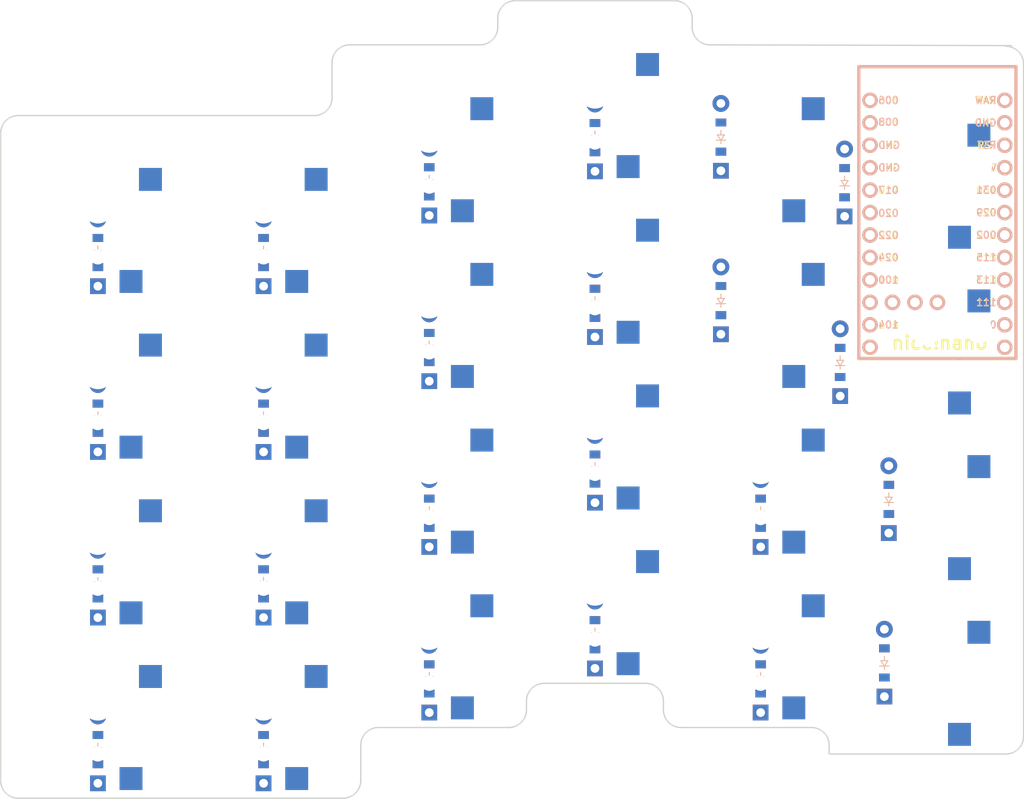
<source format=kicad_pcb>
(kicad_pcb (version 20240108) (generator "pcbnew") (generator_version "8.0")
  (title_block (title "left") (rev "v1.0.0") (company "Unknown"))
  (layers (0 "F.Cu" signal) (31 "B.Cu" signal) (34 "B.Paste" user) (35 "F.Paste" user) (36 "B.SilkS" user "B.Silkscreen") (37 "F.SilkS" user "F.Silkscreen") (38 "B.Mask" user) (39 "F.Mask" user) (44 "Edge.Cuts" user))
  (net 0 "")
  (net 1 "P017")
  (net 2 "outer_bottom")
  (net 3 "outer_home")
  (net 4 "outer_top")
  (net 5 "outer_num")
  (net 6 "P020")
  (net 7 "pinky_bottom")
  (net 8 "pinky_home")
  (net 9 "pinky_top")
  (net 10 "pinky_num")
  (net 11 "P022")
  (net 12 "ring_bottom")
  (net 13 "ring_home")
  (net 14 "ring_top")
  (net 15 "ring_num")
  (net 16 "P024")
  (net 17 "middle_bottom")
  (net 18 "middle_home")
  (net 19 "middle_top")
  (net 20 "middle_num")
  (net 21 "P100")
  (net 22 "index_bottom")
  (net 23 "index_home")
  (net 24 "index_top")
  (net 25 "index_num")
  (net 26 "P011")
  (net 27 "inner_bottom")
  (net 28 "inner_home")
  (net 29 "inner_top")
  (net 30 "inner_num")
  (net 31 "RAW")
  (net 32 "GND")
  (net 33 "RST")
  (net 34 "VCC")
  (net 35 "P031")
  (net 36 "P029")
  (net 37 "P002")
  (net 38 "P115")
  (net 39 "P113")
  (net 40 "P111")
  (net 41 "P010")
  (net 42 "P009")
  (net 43 "P006")
  (net 44 "P008")
  (net 45 "P104")
  (net 46 "P106")
  (net 47 "P101")
  (net 48 "P102")
  (net 49 "P107")
  (net 50 "{row_net}")
  (footprint "ComboDiode" (layer "F.Cu") (at 18.75 -32.5 90)
    (property "Reference" "D7" (hide yes))
    (property "Value" "" (hide yes))
    (pad "1" thru_hole rect (at -3.81 0 90) (size 1.778 1.778) (drill 0.9906) (layers "*.Cu" "*.Mask") (net 50 "{row_net}"))
    (pad "1" smd rect (at -1.65 0 90) (size 0.9 1.2) (layers "F.Cu" "F.Paste" "F.Mask") (net 50 "{row_net}"))
    (pad "1" smd rect (at -1.65 0 90) (size 0.9 1.2) (layers "B.Cu" "B.Paste" "B.Mask") (net 50 "{row_net}"))
    (pad "2" smd rect (at 1.65 0 90) (size 0.9 1.2) (layers "F.Cu" "F.Paste" "F.Mask") (net 9 "pinky_top"))
    (pad "2" smd rect (at 1.65 0 90) (size 0.9 1.2) (layers "B.Cu" "B.Paste" "B.Mask") (net 9 "pinky_top"))
    (pad "2" thru_hole circle (at 3.81 0 90) (size 1.905 1.905) (drill 0.9906) (layers "*.Cu" "*.Mask") (net 9 "pinky_top"))
  )
  (footprint "ComboDiode" (layer "F.Cu") (at 56.25 -26.75 90)
    (property "Reference" "D14" (hide yes))
    (property "Value" "" (hide yes))
    (pad "1" thru_hole rect (at -3.81 0 90) (size 1.778 1.778) (drill 0.9906) (layers "*.Cu" "*.Mask") (net 50 "{row_net}"))
    (pad "1" smd rect (at -1.65 0 90) (size 0.9 1.2) (layers "F.Cu" "F.Paste" "F.Mask") (net 50 "{row_net}"))
    (pad "1" smd rect (at -1.65 0 90) (size 0.9 1.2) (layers "B.Cu" "B.Paste" "B.Mask") (net 50 "{row_net}"))
    (pad "2" smd rect (at 1.65 0 90) (size 0.9 1.2) (layers "F.Cu" "F.Paste" "F.Mask") (net 18 "middle_home"))
    (pad "2" smd rect (at 1.65 0 90) (size 0.9 1.2) (layers "B.Cu" "B.Paste" "B.Mask") (net 18 "middle_home"))
    (pad "2" thru_hole circle (at 3.81 0 90) (size 1.905 1.905) (drill 0.9906) (layers "*.Cu" "*.Mask") (net 18 "middle_home"))
  )
  (footprint "ComboDiode" (layer "F.Cu") (at 18.75 -51.25 90)
    (property "Reference" "D8" (hide yes))
    (property "Value" "" (hide yes))
    (pad "1" thru_hole rect (at -3.81 0 90) (size 1.778 1.778) (drill 0.9906) (layers "*.Cu" "*.Mask") (net 50 "{row_net}"))
    (pad "1" smd rect (at -1.65 0 90) (size 0.9 1.2) (layers "F.Cu" "F.Paste" "F.Mask") (net 50 "{row_net}"))
    (pad "1" smd rect (at -1.65 0 90) (size 0.9 1.2) (layers "B.Cu" "B.Paste" "B.Mask") (net 50 "{row_net}"))
    (pad "2" smd rect (at 1.65 0 90) (size 0.9 1.2) (layers "F.Cu" "F.Paste" "F.Mask") (net 10 "pinky_num"))
    (pad "2" smd rect (at 1.65 0 90) (size 0.9 1.2) (layers "B.Cu" "B.Paste" "B.Mask") (net 10 "pinky_num"))
    (pad "2" thru_hole circle (at 3.81 0 90) (size 1.905 1.905) (drill 0.9906) (layers "*.Cu" "*.Mask") (net 10 "pinky_num"))
  )
  (footprint "PG1350" (layer "F.Cu") (at 56.25 -69.25 -90)
    (property "Reference" "S16" (hide yes))
    (property "Value" "" (hide yes))
    (pad "" np_thru_hole circle (at -5.5 0) (size 1.7018 1.7018) (drill 1.7018) (layers "*.Cu" "*.Mask"))
    (pad "" np_thru_hole circle (at 0 -5.95) (size 3 3) (drill 3) (layers "*.Cu" "*.Mask"))
    (pad "" np_thru_hole circle (at 0 0) (size 3.429 3.429) (drill 3.429) (layers "*.Cu" "*.Mask"))
    (pad "" np_thru_hole circle (at 5 -3.75) (size 3 3) (drill 3) (layers "*.Cu" "*.Mask"))
    (pad "" np_thru_hole circle (at 5.5 0) (size 1.7018 1.7018) (drill 1.7018) (layers "*.Cu" "*.Mask"))
    (pad "1" smd rect (at -3.275 -5.95 270) (size 2.6 2.6) (layers "B.Cu" "B.Paste" "B.Mask") (net 16 "P024"))
    (pad "2" smd rect (at 8.275 -3.75 270) (size 2.6 2.6) (layers "B.Cu" "B.Paste" "B.Mask") (net 20 "middle_num"))
  )
  (footprint "PG1350" (layer "F.Cu") (at 56.25 -31.75 -90)
    (property "Reference" "S14" (hide yes))
    (property "Value" "" (hide yes))
    (pad "" np_thru_hole circle (at -5.5 0) (size 1.7018 1.7018) (drill 1.7018) (layers "*.Cu" "*.Mask"))
    (pad "" np_thru_hole circle (at 0 -5.95) (size 3 3) (drill 3) (layers "*.Cu" "*.Mask"))
    (pad "" np_thru_hole circle (at 0 0) (size 3.429 3.429) (drill 3.429) (layers "*.Cu" "*.Mask"))
    (pad "" np_thru_hole circle (at 5 -3.75) (size 3 3) (drill 3) (layers "*.Cu" "*.Mask"))
    (pad "" np_thru_hole circle (at 5.5 0) (size 1.7018 1.7018) (drill 1.7018) (layers "*.Cu" "*.Mask"))
    (pad "1" smd rect (at -3.275 -5.95 270) (size 2.6 2.6) (layers "B.Cu" "B.Paste" "B.Mask") (net 16 "P024"))
    (pad "2" smd rect (at 8.275 -3.75 270) (size 2.6 2.6) (layers "B.Cu" "B.Paste" "B.Mask") (net 18 "middle_home"))
  )
  (footprint "PG1350" (layer "F.Cu") (at 37.5 -26.75 -90)
    (property "Reference" "S10" (hide yes))
    (property "Value" "" (hide yes))
    (pad "" np_thru_hole circle (at -5.5 0) (size 1.7018 1.7018) (drill 1.7018) (layers "*.Cu" "*.Mask"))
    (pad "" np_thru_hole circle (at 0 -5.95) (size 3 3) (drill 3) (layers "*.Cu" "*.Mask"))
    (pad "" np_thru_hole circle (at 0 0) (size 3.429 3.429) (drill 3.429) (layers "*.Cu" "*.Mask"))
    (pad "" np_thru_hole circle (at 5 -3.75) (size 3 3) (drill 3) (layers "*.Cu" "*.Mask"))
    (pad "" np_thru_hole circle (at 5.5 0) (size 1.7018 1.7018) (drill 1.7018) (layers "*.Cu" "*.Mask"))
    (pad "1" smd rect (at -3.275 -5.95 270) (size 2.6 2.6) (layers "B.Cu" "B.Paste" "B.Mask") (net 11 "P022"))
    (pad "2" smd rect (at 8.275 -3.75 270) (size 2.6 2.6) (layers "B.Cu" "B.Paste" "B.Mask") (net 13 "ring_home"))
  )
  (footprint "nice_nano" (layer "F.Cu") (at 95 -54.5 -90)
    (property "Reference" "MCU1" (hide yes))
    (property "Value" "nice_nano" (hide yes))
    (fp_text user "113" (at 6.35 -5.537191 0) (layer "B.SilkS") (effects (font (size 0.8 0.8)) (justify mirror)))
    (fp_text user "RST" (at -8.89 -5.588 0) (layer "B.SilkS") (effects (font (size 0.8 0.8)) (justify mirror)))
    (fp_text user "008" (at -11.5 5.53719 0) (layer "B.SilkS") (effects (font (size 0.8 0.8)) (justify mirror)))
    (fp_text user "017" (at -3.8 5.53719 0) (layer "B.SilkS") (effects (font (size 0.8 0.8)) (justify mirror)))
    (fp_text user "GND" (at -8.89 5.461 0) (layer "B.SilkS") (effects (font (size 0.8 0.8)) (justify mirror)))
    (fp_text user "GND" (at -11.43 -5.454667 0) (layer "B.SilkS") (effects (font (size 0.8 0.8)) (justify mirror)))
    (fp_text user "024" (at 3.81 5.53719 0) (layer "B.SilkS") (effects (font (size 0.8 0.8)) (justify mirror)))
    (fp_text user "104" (at 11.43 5.53719 0) (layer "B.SilkS") (effects (font (size 0.8 0.8)) (justify mirror)))
    (fp_text user "031" (at -3.81 -5.537191 0) (layer "B.SilkS") (effects (font (size 0.8 0.8)) (justify mirror)))
    (fp_text user "006" (at -13.97 5.53719 0) (layer "B.SilkS") (effects (font (size 0.8 0.8)) (justify mirror)))
    (fp_text user "RAW" (at -13.97 -5.473715 0) (layer "B.SilkS") (effects (font (size 0.8 0.8)) (justify mirror)))
    (fp_text user "111" (at 8.89 -5.537191 0) (layer "B.SilkS") (effects (font (size 0.8 0.8)) (justify mirror)))
    (fp_text user "022" (at 1.3 5.53719 0) (layer "B.SilkS") (effects (font (size 0.8 0.8)) (justify mirror)))
    (fp_text user "GND" (at -6.35 5.461 0) (layer "B.SilkS") (effects (font (size 0.8 0.8)) (justify mirror)))
    (fp_text user "002" (at 1.27 -5.537191 0) (layer "B.SilkS") (effects (font (size 0.8 0.8)) (justify mirror)))
    (fp_text user "115" (at 3.81 -5.537191 0) (layer "B.SilkS") (effects (font (size 0.8 0.8)) (justify mirror)))
    (fp_text user "020" (at -1.2 5.53719 0) (layer "B.SilkS") (effects (font (size 0.8 0.8)) (justify mirror)))
    (fp_text user "029" (at -1.27 -5.537191 0) (layer "B.SilkS") (effects (font (size 0.8 0.8)) (justify mirror)))
    (fp_text user "100" (at 6.35 5.53719 0) (layer "B.SilkS") (effects (font (size 0.8 0.8)) (justify mirror)))
    (fp_text user "010" (at 11.43 -5.537191 0) (layer "B.SilkS") (effects (font (size 0.8 0.8)) (justify mirror)))
    (fp_text user "VCC" (at -6.35 -5.537191 0) (layer "B.SilkS") (effects (font (size 0.8 0.8)) (justify mirror)))
    (fp_text user "GND" (at -8.89 5.461 0) (layer "F.SilkS") (effects (font (size 0.8 0.8))))
    (fp_text user "115" (at 3.81 -5.537191 0) (layer "F.SilkS") (effects (font (size 0.8 0.8))))
    (fp_text user "113" (at 6.35 -5.537191 0) (layer "F.SilkS") (effects (font (size 0.8 0.8))))
    (fp_text user "100" (at 6.35 5.53719 0) (layer "F.SilkS") (effects (font (size 0.8 0.8))))
    (fp_text user "VCC" (at -6.35 -5.537191 0) (layer "F.SilkS") (effects (font (size 0.8 0.8))))
    (fp_text user "nice!nano" (at 13.462 -0.254 0) (layer "F.SilkS") (effects (font (size 1.5 1.5) (thickness 0.3))))
    (fp_text user "111" (at 8.89 -5.537191 0) (layer "F.SilkS") (effects (font (size 0.8 0.8))))
    (fp_text user "008" (at -11.5 5.53719 0) (layer "F.SilkS") (effects (font (size 0.8 0.8))))
    (fp_text user "002" (at 1.27 -5.537191 0) (layer "F.SilkS") (effects (font (size 0.8 0.8))))
    (fp_text user "RAW" (at -13.97 -5.473715 0) (layer "F.SilkS") (effects (font (size 0.8 0.8))))
    (fp_text user "017" (at -3.8 5.53719 0) (layer "F.SilkS") (effects (font (size 0.8 0.8))))
    (fp_text user "GND" (at -11.43 -5.454667 0) (layer "F.SilkS") (effects (font (size 0.8 0.8))))
    (fp_text user "006" (at -13.97 5.53719 0) (layer "F.SilkS") (effects (font (size 0.8 0.8))))
    (fp_text user "RST" (at -8.89 -5.588 0) (layer "F.SilkS") (effects (font (size 0.8 0.8))))
    (fp_text user "GND" (at -6.35 5.461 0) (layer "F.SilkS") (effects (font (size 0.8 0.8))))
    (fp_text user "104" (at 11.43 5.53719 0) (layer "F.SilkS") (effects (font (size 0.8 0.8))))
    (fp_text user "020" (at -1.2 5.53719 0) (layer "F.SilkS") (effects (font (size 0.8 0.8))))
    (fp_text user "022" (at 1.3 5.53719 0) (layer "F.SilkS") (effects (font (size 0.8 0.8))))
    (fp_text user "029" (at -1.27 -5.537191 0) (layer "F.SilkS") (effects (font (size 0.8 0.8))))
    (fp_text user "024" (at 3.81 5.53719 0) (layer "F.SilkS") (effects (font (size 0.8 0.8))))
    (fp_text user "010" (at 11.43 -5.537191 0) (layer "F.SilkS") (effects (font (size 0.8 0.8))))
    (fp_text user "031" (at -3.81 -5.537191 0) (layer "F.SilkS") (effects (font (size 0.8 0.8))))
    (pad "1" thru_hole circle (at -13.97 7.62) (size 1.7526 1.7526) (drill 1.0922) (layers "*.Cu" "*.SilkS" "*.Mask") (net 43 "P006"))
    (pad "2" thru_hole circle (at -11.43 7.62) (size 1.7526 1.7526) (drill 1.0922) (layers "*.Cu" "*.SilkS" "*.Mask") (net 44 "P008"))
    (pad "3" thru_hole circle (at -8.89 7.62) (size 1.7526 1.7526) (drill 1.0922) (layers "*.Cu" "*.SilkS" "*.Mask") (net 32 "GND"))
    (pad "4" thru_hole circle (at -6.35 7.62) (size 1.7526 1.7526) (drill 1.0922) (layers "*.Cu" "*.SilkS" "*.Mask") (net 32 "GND"))
    (pad "5" thru_hole circle (at -3.81 7.62) (size 1.7526 1.7526) (drill 1.0922) (layers "*.Cu" "*.SilkS" "*.Mask") (net 1 "P017"))
    (pad "6" thru_hole circle (at -1.27 7.62) (size 1.7526 1.7526) (drill 1.0922) (layers "*.Cu" "*.SilkS" "*.Mask") (net 6 "P020"))
    (pad "7" thru_hole circle (at 1.27 7.62) (size 1.7526 1.7526) (drill 1.0922) (layers "*.Cu" "*.SilkS" "*.Mask") (net 11 "P022"))
    (pad "8" thru_hole circle (at 3.81 7.62) (size 1.7526 1.7526) (drill 1.0922) (layers "*.Cu" "*.SilkS" "*.Mask") (net 16 "P024"))
    (pad "9" thru_hole circle (at 6.35 7.62) (size 1.7526 1.7526) (drill 1.0922) (layers "*.Cu" "*.SilkS" "*.Mask") (net 21 "P100"))
    (pad "10" thru_hole circle (at 8.89 7.62) (size 1.7526 1.7526) (drill 1.0922) (layers "*.Cu" "*.SilkS" "*.Mask") (net 26 "P011"))
    (pad "11" thru_hole circle (at 11.43 7.62) (size 1.7526 1.7526) (drill 1.0922) (layers "*.Cu" "*.SilkS" "*.Mask") (net 45 "P104"))
    (pad "12" thru_hole circle (at 13.97 7.62) (size 1.7526 1.7526) (drill 1.0922) (layers "*.Cu" "*.SilkS" "*.Mask") (net 46 "P106"))
    (pad "13" thru_hole circle (at 13.97 -7.62) (size 1.7526 1.7526) (drill 1.0922) (layers "*.Cu" "*.SilkS" "*.Mask") (net 42 "P009"))
    (pad "14" thru_hole circle (at 11.43 -7.62) (size 1.7526 1.7526) (drill 1.0922) (layers "*.Cu" "*.SilkS" "*.Mask") (net 41 "P010"))
    (pad "15" thru_hole circle (at 8.89 -7.62) (size 1.7526 1.7526) (drill 1.0922) (layers "*.Cu" "*.SilkS" "*.Mask") (net 40 "P111"))
    (pad "16" thru_hole circle (at 6.35 -7.62) (size 1.7526 1.7526) (drill 1.0922) (layers "*.Cu" "*.SilkS" "*.Mask") (net 39 "P113"))
    (pad "17" thru_hole circle (at 3.81 -7.62) (size 1.7526 1.7526) (drill 1.0922) (layers "*.Cu" "*.SilkS" "*.Mask") (net 38 "P115"))
    (pad "18" thru_hole circle (at 1.27 -7.62) (size 1.7526 1.7526) (drill 1.0922) (layers "*.Cu" "*.SilkS" "*.Mask") (net 37 "P002"))
    (pad "19" thru_hole circle (at -1.27 -7.62) (size 1.7526 1.7526) (drill 1.0922) (layers "*.Cu" "*.SilkS" "*.Mask") (net 36 "P029"))
    (pad "20" thru_hole circle (at -3.81 -7.62) (size 1.7526 1.7526) (drill 1.0922) (layers "*.Cu" "*.SilkS" "*.Mask") (net 35 "P031"))
    (pad "21" thru_hole circle (at -6.35 -7.62) (size 1.7526 1.7526) (drill 1.0922) (layers "*.Cu" "*.SilkS" "*.Mask") (net 34 "VCC"))
    (pad "22" thru_hole circle (at -8.89 -7.62) (size 1.7526 1.7526) (drill 1.0922) (layers "*.Cu" "*.SilkS" "*.Mask") (net 33 "RST"))
    (pad "23" thru_hole circle (at -11.43 -7.62) (size 1.7526 1.7526) (drill 1.0922) (layers "*.Cu" "*.SilkS" "*.Mask") (net 32 "GND"))
    (pad "24" thru_hole circle (at -13.97 -7.62) (size 1.7526 1.7526) (drill 1.0922) (layers "*.Cu" "*.SilkS" "*.Mask") (net 31 "RAW"))
    (pad "31" thru_hole circle (at 8.89 5.08) (size 1.7526 1.7526) (drill 1.0922) (layers "*.Cu" "*.SilkS" "*.Mask") (net 47 "P101"))
    (pad "32" thru_hole circle (at 8.89 2.54) (size 1.7526 1.7526) (drill 1.0922) (layers "*.Cu" "*.SilkS" "*.Mask") (net 48 "P102"))
    (pad "33" thru_hole circle (at 8.89 0) (size 1.7526 1.7526) (drill 1.0922) (layers "*.Cu" "*.SilkS" "*.Mask") (net 49 "P107"))
  )
  (footprint "ComboDiode" (layer "F.Cu") (at 37.5 -21.75 90)
    (property "Reference" "D10" (hide yes))
    (property "Value" "" (hide yes))
    (pad "1" thru_hole rect (at -3.81 0 90) (size 1.778 1.778) (drill 0.9906) (layers "*.Cu" "*.Mask") (net 50 "{row_net}"))
    (pad "1" smd rect (at -1.65 0 90) (size 0.9 1.2) (layers "F.Cu" "F.Paste" "F.Mask") (net 50 "{row_net}"))
    (pad "1" smd rect (at -1.65 0 90) (size 0.9 1.2) (layers "B.Cu" "B.Paste" "B.Mask") (net 50 "{row_net}"))
    (pad "2" smd rect (at 1.65 0 90) (size 0.9 1.2) (layers "F.Cu" "F.Paste" "F.Mask") (net 13 "ring_home"))
    (pad "2" smd rect (at 1.65 0 90) (size 0.9 1.2) (layers "B.Cu" "B.Paste" "B.Mask") (net 13 "ring_home"))
    (pad "2" thru_hole circle (at 3.81 0 90) (size 1.905 1.905) (drill 0.9906) (layers "*.Cu" "*.Mask") (net 13 "ring_home"))
  )
  (footprint "PG1350" (layer "F.Cu") (at 56.25 -13 -90)
    (property "Reference" "S13" (hide yes))
    (property "Value" "" (hide yes))
    (pad "" np_thru_hole circle (at -5.5 0) (size 1.7018 1.7018) (drill 1.7018) (layers "*.Cu" "*.Mask"))
    (pad "" np_thru_hole circle (at 0 -5.95) (size 3 3) (drill 3) (layers "*.Cu" "*.Mask"))
    (pad "" np_thru_hole circle (at 0 0) (size 3.429 3.429) (drill 3.429) (layers "*.Cu" "*.Mask"))
    (pad "" np_thru_hole circle (at 5 -3.75) (size 3 3) (drill 3) (layers "*.Cu" "*.Mask"))
    (pad "" np_thru_hole circle (at 5.5 0) (size 1.7018 1.7018) (drill 1.7018) (layers "*.Cu" "*.Mask"))
    (pad "1" smd rect (at -3.275 -5.95 270) (size 2.6 2.6) (layers "B.Cu" "B.Paste" "B.Mask") (net 16 "P024"))
    (pad "2" smd rect (at 8.275 -3.75 270) (size 2.6 2.6) (layers "B.Cu" "B.Paste" "B.Mask") (net 17 "middle_bottom"))
  )
  (footprint "PG1350" (layer "F.Cu") (at 93.75 -23.75 -90)
    (property "Reference" "S22" (hide yes))
    (property "Value" "" (hide yes))
    (pad "" np_thru_hole circle (at -5.5 0) (size 1.7018 1.7018) (drill 1.7018) (layers "*.Cu" "*.Mask"))
    (pad "" np_thru_hole circle (at 0 -5.95) (size 3 3) (drill 3) (layers "*.Cu" "*.Mask"))
    (pad "" np_thru_hole circle (at 0 0) (size 3.429 3.429) (drill 3.429) (layers "*.Cu" "*.Mask"))
    (pad "" np_thru_hole circle (at 5 -3.75) (size 3 3) (drill 3) (layers "*.Cu" "*.Mask"))
    (pad "" np_thru_hole circle (at 5.5 0) (size 1.7018 1.7018) (drill 1.7018) (layers "*.Cu" "*.Mask"))
    (pad "1" smd rect (at -3.275 -5.95 270) (size 2.6 2.6) (layers "B.Cu" "B.Paste" "B.Mask") (net 26 "P011"))
    (pad "2" smd rect (at 8.275 -3.75 270) (size 2.6 2.6) (layers "B.Cu" "B.Paste" "B.Mask") (net 28 "inner_home"))
  )
  (footprint "ComboDiode" (layer "F.Cu") (at 56.25 -8 90)
    (property "Reference" "D13" (hide yes))
    (property "Value" "" (hide yes))
    (pad "1" thru_hole rect (at -3.81 0 90) (size 1.778 1.778) (drill 0.9906) (layers "*.Cu" "*.Mask") (net 50 "{row_net}"))
    (pad "1" smd rect (at -1.65 0 90) (size 0.9 1.2) (layers "F.Cu" "F.Paste" "F.Mask") (net 50 "{row_net}"))
    (pad "1" smd rect (at -1.65 0 90) (size 0.9 1.2) (layers "B.Cu" "B.Paste" "B.Mask") (net 50 "{row_net}"))
    (pad "2" smd rect (at 1.65 0 90) (size 0.9 1.2) (layers "F.Cu" "F.Paste" "F.Mask") (net 17 "middle_bottom"))
    (pad "2" smd rect (at 1.65 0 90) (size 0.9 1.2) (layers "B.Cu" "B.Paste" "B.Mask") (net 17 "middle_bottom"))
    (pad "2" thru_hole circle (at 3.81 0 90) (size 1.905 1.905) (drill 0.9906) (layers "*.Cu" "*.Mask") (net 17 "middle_bottom"))
  )
  (footprint "PG1350" (layer "F.Cu") (at 18.75 0 -90)
    (property "Reference" "S5" (hide yes))
    (property "Value" "" (hide yes))
    (pad "" np_thru_hole circle (at -5.5 0) (size 1.7018 1.7018) (drill 1.7018) (layers "*.Cu" "*.Mask"))
    (pad "" np_thru_hole circle (at 0 -5.95) (size 3 3) (drill 3) (layers "*.Cu" "*.Mask"))
    (pad "" np_thru_hole circle (at 0 0) (size 3.429 3.429) (drill 3.429) (layers "*.Cu" "*.Mask"))
    (pad "" np_thru_hole circle (at 5 -3.75) (size 3 3) (drill 3) (layers "*.Cu" "*.Mask"))
    (pad "" np_thru_hole circle (at 5.5 0) (size 1.7018 1.7018) (drill 1.7018) (layers "*.Cu" "*.Mask"))
    (pad "1" smd rect (at -3.275 -5.95 270) (size 2.6 2.6) (layers "B.Cu" "B.Paste" "B.Mask") (net 6 "P020"))
    (pad "2" smd rect (at 8.275 -3.75 270) (size 2.6 2.6) (layers "B.Cu" "B.Paste" "B.Mask") (net 7 "pinky_bottom"))
  )
  (footprint "ComboDiode" (layer "F.Cu") (at 89 -4.81 90)
    (property "Reference" "D21" (hide yes))
    (property "Value" "" (hide yes))
    (pad "1" thru_hole rect (at -3.81 0 90) (size 1.778 1.778) (drill 0.9906) (layers "*.Cu" "*.Mask") (net 50 "{row_net}"))
    (pad "1" smd rect (at -1.65 0 90) (size 0.9 1.2) (layers "F.Cu" "F.Paste" "F.Mask") (net 50 "{row_net}"))
    (pad "1" smd rect (at -1.65 0 90) (size 0.9 1.2) (layers "B.Cu" "B.Paste" "B.Mask") (net 50 "{row_net}"))
    (pad "2" smd rect (at 1.65 0 90) (size 0.9 1.2) (layers "F.Cu" "F.Paste" "F.Mask") (net 27 "inner_bottom"))
    (pad "2" smd rect (at 1.65 0 90) (size 0.9 1.2) (layers "B.Cu" "B.Paste" "B.Mask") (net 27 "inner_bottom"))
    (pad "2" thru_hole circle (at 3.81 0 90) (size 1.905 1.905) (drill 0.9906) (layers "*.Cu" "*.Mask") (net 27 "inner_bottom"))
  )
  (footprint "PG1350" (layer "F.Cu") (at 0 -56.25 -90)
    (property "Reference" "S4" (hide yes))
    (property "Value" "" (hide yes))
    (pad "" np_thru_hole circle (at -5.5 0) (size 1.7018 1.7018) (drill 1.7018) (layers "*.Cu" "*.Mask"))
    (pad "" np_thru_hole circle (at 0 -5.95) (size 3 3) (drill 3) (layers "*.Cu" "*.Mask"))
    (pad "" np_thru_hole circle (at 0 0) (size 3.429 3.429) (drill 3.429) (layers "*.Cu" "*.Mask"))
    (pad "" np_thru_hole circle (at 5 -3.75) (size 3 3) (drill 3) (layers "*.Cu" "*.Mask"))
    (pad "" np_thru_hole circle (at 5.5 0) (size 1.7018 1.7018) (drill 1.7018) (layers "*.Cu" "*.Mask"))
    (pad "1" smd rect (at -3.275 -5.95 270) (size 2.6 2.6) (layers "B.Cu" "B.Paste" "B.Mask") (net 1 "P017"))
    (pad "2" smd rect (at 8.275 -3.75 270) (size 2.6 2.6) (layers "B.Cu" "B.Paste" "B.Mask") (net 5 "outer_num"))
  )
  (footprint "ComboDiode" (layer "F.Cu") (at 0 5 90)
    (property "Reference" "D1" (hide yes))
    (property "Value" "" (hide yes))
    (pad "1" thru_hole rect (at -3.81 0 90) (size 1.778 1.778) (drill 0.9906) (layers "*.Cu" "*.Mask") (net 50 "{row_net}"))
    (pad "1" smd rect (at -1.65 0 90) (size 0.9 1.2) (layers "F.Cu" "F.Paste" "F.Mask") (net 50 "{row_net}"))
    (pad "1" smd rect (at -1.65 0 90) (size 0.9 1.2) (layers "B.Cu" "B.Paste" "B.Mask") (net 50 "{row_net}"))
    (pad "2" smd rect (at 1.65 0 90) (size 0.9 1.2) (layers "F.Cu" "F.Paste" "F.Mask") (net 2 "outer_bottom"))
    (pad "2" smd rect (at 1.65 0 90) (size 0.9 1.2) (layers "B.Cu" "B.Paste" "B.Mask") (net 2 "outer_bottom"))
    (pad "2" thru_hole circle (at 3.81 0 90) (size 1.905 1.905) (drill 0.9906) (layers "*.Cu" "*.Mask") (net 2 "outer_bottom"))
  )
  (footprint "PG1350" (layer "F.Cu") (at 75 -64.25 -90)
    (property "Reference" "S20" (hide yes))
    (property "Value" "" (hide yes))
    (pad "" np_thru_hole circle (at -5.5 0) (size 1.7018 1.7018) (drill 1.7018) (layers "*.Cu" "*.Mask"))
    (pad "" np_thru_hole circle (at 0 -5.95) (size 3 3) (drill 3) (layers "*.Cu" "*.Mask"))
    (pad "" np_thru_hole circle (at 0 0) (size 3.429 3.429) (drill 3.429) (layers "*.Cu" "*.Mask"))
    (pad "" np_thru_hole circle (at 5 -3.75) (size 3 3) (drill 3) (layers "*.Cu" "*.Mask"))
    (pad "" np_thru_hole circle (at 5.5 0) (size 1.7018 1.7018) (drill 1.7018) (layers "*.Cu" "*.Mask"))
    (pad "1" smd rect (at -3.275 -5.95 270) (size 2.6 2.6) (layers "B.Cu" "B.Paste" "B.Mask") (net 21 "P100"))
    (pad "2" smd rect (at 8.275 -3.75 270) (size 2.6 2.6) (layers "B.Cu" "B.Paste" "B.Mask") (net 25 "index_num"))
  )
  (footprint "PG1350" (layer "F.Cu") (at 37.5 -45.5 -90)
    (property "Reference" "S11" (hide yes))
    (property "Value" "" (hide yes))
    (pad "" np_thru_hole circle (at -5.5 0) (size 1.7018 1.7018) (drill 1.7018) (layers "*.Cu" "*.Mask"))
    (pad "" np_thru_hole circle (at 0 -5.95) (size 3 3) (drill 3) (layers "*.Cu" "*.Mask"))
    (pad "" np_thru_hole circle (at 0 0) (size 3.429 3.429) (drill 3.429) (layers "*.Cu" "*.Mask"))
    (pad "" np_thru_hole circle (at 5 -3.75) (size 3 3) (drill 3) (layers "*.Cu" "*.Mask"))
    (pad "" np_thru_hole circle (at 5.5 0) (size 1.7018 1.7018) (drill 1.7018) (layers "*.Cu" "*.Mask"))
    (pad "1" smd rect (at -3.275 -5.95 270) (size 2.6 2.6) (layers "B.Cu" "B.Paste" "B.Mask") (net 11 "P022"))
    (pad "2" smd rect (at 8.275 -3.75 270) (size 2.6 2.6) (layers "B.Cu" "B.Paste" "B.Mask") (net 14 "ring_top"))
  )
  (footprint "ComboDiode" (layer "F.Cu") (at 75 -21.75 90)
    (property "Reference" "D18" (hide yes))
    (property "Value" "" (hide yes))
    (pad "1" thru_hole rect (at -3.81 0 90) (size 1.778 1.778) (drill 0.9906) (layers "*.Cu" "*.Mask") (net 50 "{row_net}"))
    (pad "1" smd rect (at -1.65 0 90) (size 0.9 1.2) (layers "F.Cu" "F.Paste" "F.Mask") (net 50 "{row_net}"))
    (pad "1" smd rect (at -1.65 0 90) (size 0.9 1.2) (layers "B.Cu" "B.Paste" "B.Mask") (net 50 "{row_net}"))
    (pad "2" smd rect (at 1.65 0 90) (size 0.9 1.2) (layers "F.Cu" "F.Paste" "F.Mask") (net 23 "index_home"))
    (pad "2" smd rect (at 1.65 0 90) (size 0.9 1.2) (layers "B.Cu" "B.Paste" "B.Mask") (net 23 "index_home"))
    (pad "2" thru_hole circle (at 3.81 0 90) (size 1.905 1.905) (drill 0.9906) (layers "*.Cu" "*.Mask") (net 23 "index_home"))
  )
  (footprint "PG1350" (layer "F.Cu") (at 75 -8 -90)
    (property "Reference" "S17" (hide yes))
    (property "Value" "" (hide yes))
    (pad "" np_thru_hole circle (at -5.5 0) (size 1.7018 1.7018) (drill 1.7018) (layers "*.Cu" "*.Mask"))
    (pad "" np_thru_hole circle (at 0 -5.95) (size 3 3) (drill 3) (layers "*.Cu" "*.Mask"))
    (pad "" np_thru_hole circle (at 0 0) (size 3.429 3.429) (drill 3.429) (layers "*.Cu" "*.Mask"))
    (pad "" np_thru_hole circle (at 5 -3.75) (size 3 3) (drill 3) (layers "*.Cu" "*.Mask"))
    (pad "" np_thru_hole circle (at 5.5 0) (size 1.7018 1.7018) (drill 1.7018) (layers "*.Cu" "*.Mask"))
    (pad "1" smd rect (at -3.275 -5.95 270) (size 2.6 2.6) (layers "B.Cu" "B.Paste" "B.Mask") (net 21 "P100"))
    (pad "2" smd rect (at 8.275 -3.75 270) (size 2.6 2.6) (layers "B.Cu" "B.Paste" "B.Mask") (net 22 "index_bottom"))
  )
  (footprint "PG1350" (layer "F.Cu") (at 93.75 -5 -90)
    (property "Reference" "S21" (hide yes))
    (property "Value" "" (hide yes))
    (pad "" np_thru_hole circle (at -5.5 0) (size 1.7018 1.7018) (drill 1.7018) (layers "*.Cu" "*.Mask"))
    (pad "" np_thru_hole circle (at 0 -5.95) (size 3 3) (drill 3) (layers "*.Cu" "*.Mask"))
    (pad "" np_thru_hole circle (at 0 0) (size 3.429 3.429) (drill 3.429) (layers "*.Cu" "*.Mask"))
    (pad "" np_thru_hole circle (at 5 -3.75) (size 3 3) (drill 3) (layers "*.Cu" "*.Mask"))
    (pad "" np_thru_hole circle (at 5.5 0) (size 1.7018 1.7018) (drill 1.7018) (layers "*.Cu" "*.Mask"))
    (pad "1" smd rect (at -3.275 -5.95 270) (size 2.6 2.6) (layers "B.Cu" "B.Paste" "B.Mask") (net 26 "P011"))
    (pad "2" smd rect (at 8.275 -3.75 270) (size 2.6 2.6) (layers "B.Cu" "B.Paste" "B.Mask") (net 27 "inner_bottom"))
  )
  (footprint "ComboDiode" (layer "F.Cu") (at 70.5 -45.81 90)
    (property "Reference" "D19" (hide yes))
    (property "Value" "" (hide yes))
    (pad "1" thru_hole rect (at -3.81 0 90) (size 1.778 1.778) (drill 0.9906) (layers "*.Cu" "*.Mask") (net 50 "{row_net}"))
    (pad "1" smd rect (at -1.65 0 90) (size 0.9 1.2) (layers "F.Cu" "F.Paste" "F.Mask") (net 50 "{row_net}"))
    (pad "1" smd rect (at -1.65 0 90) (size 0.9 1.2) (layers "B.Cu" "B.Paste" "B.Mask") (net 50 "{row_net}"))
    (pad "2" smd rect (at 1.65 0 90) (size 0.9 1.2) (layers "F.Cu" "F.Paste" "F.Mask") (net 24 "index_top"))
    (pad "2" smd rect (at 1.65 0 90) (size 0.9 1.2) (layers "B.Cu" "B.Paste" "B.Mask") (net 24 "index_top"))
    (pad "2" thru_hole circle (at 3.81 0 90) (size 1.905 1.905) (drill 0.9906) (layers "*.Cu" "*.Mask") (net 24 "index_top"))
  )
  (footprint "PG1350" (layer "F.Cu") (at 0 -18.75 -90)
    (property "Reference" "S2" (hide yes))
    (property "Value" "" (hide yes))
    (pad "" np_thru_hole circle (at -5.5 0) (size 1.7018 1.7018) (drill 1.7018) (layers "*.Cu" "*.Mask"))
    (pad "" np_thru_hole circle (at 0 -5.95) (size 3 3) (drill 3) (layers "*.Cu" "*.Mask"))
    (pad "" np_thru_hole circle (at 0 0) (size 3.429 3.429) (drill 3.429) (layers "*.Cu" "*.Mask"))
    (pad "" np_thru_hole circle (at 5 -3.75) (size 3 3) (drill 3) (layers "*.Cu" "*.Mask"))
    (pad "" np_thru_hole circle (at 5.5 0) (size 1.7018 1.7018) (drill 1.7018) (layers "*.Cu" "*.Mask"))
    (pad "1" smd rect (at -3.275 -5.95 270) (size 2.6 2.6) (layers "B.Cu" "B.Paste" "B.Mask") (net 1 "P017"))
    (pad "2" smd rect (at 8.275 -3.75 270) (size 2.6 2.6) (layers "B.Cu" "B.Paste" "B.Mask") (net 3 "outer_home"))
  )
  (footprint "PG1350" (layer "F.Cu") (at 37.5 -8 -90)
    (property "Reference" "S9" (hide yes))
    (property "Value" "" (hide yes))
    (pad "" np_thru_hole circle (at -5.5 0) (size 1.7018 1.7018) (drill 1.7018) (layers "*.Cu" "*.Mask"))
    (pad "" np_thru_hole circle (at 0 -5.95) (size 3 3) (drill 3) (layers "*.Cu" "*.Mask"))
    (pad "" np_thru_hole circle (at 0 0) (size 3.429 3.429) (drill 3.429) (layers "*.Cu" "*.Mask"))
    (pad "" np_thru_hole circle (at 5 -3.75) (size 3 3) (drill 3) (layers "*.Cu" "*.Mask"))
    (pad "" np_thru_hole circle (at 5.5 0) (size 1.7018 1.7018) (drill 1.7018) (layers "*.Cu" "*.Mask"))
    (pad "1" smd rect (at -3.275 -5.95 270) (size 2.6 2.6) (layers "B.Cu" "B.Paste" "B.Mask") (net 11 "P022"))
    (pad "2" smd rect (at 8.275 -3.75 270) (size 2.6 2.6) (layers "B.Cu" "B.Paste" "B.Mask") (net 12 "ring_bottom"))
  )
  (footprint "ComboDiode" (layer "F.Cu") (at 37.5 -40.5 90)
    (property "Reference" "D11" (hide yes))
    (property "Value" "" (hide yes))
    (pad "1" thru_hole rect (at -3.81 0 90) (size 1.778 1.778) (drill 0.9906) (layers "*.Cu" "*.Mask") (net 50 "{row_net}"))
    (pad "1" smd rect (at -1.65 0 90) (size 0.9 1.2) (layers "F.Cu" "F.Paste" "F.Mask") (net 50 "{row_net}"))
    (pad "1" smd rect (at -1.65 0 90) (size 0.9 1.2) (layers "B.Cu" "B.Paste" "B.Mask") (net 50 "{row_net}"))
    (pad "2" smd rect (at 1.65 0 90) (size 0.9 1.2) (layers "F.Cu" "F.Paste" "F.Mask") (net 14 "ring_top"))
    (pad "2" smd rect (at 1.65 0 90) (size 0.9 1.2) (layers "B.Cu" "B.Paste" "B.Mask") (net 14 "ring_top"))
    (pad "2" thru_hole circle (at 3.81 0 90) (size 1.905 1.905) (drill 0.9906) (layers "*.Cu" "*.Mask") (net 14 "ring_top"))
  )
  (footprint "PG1350" (layer "F.Cu") (at 0 -37.5 -90)
    (property "Reference" "S3" (hide yes))
    (property "Value" "" (hide yes))
    (pad "" np_thru_hole circle (at -5.5 0) (size 1.7018 1.7018) (drill 1.7018) (layers "*.Cu" "*.Mask"))
    (pad "" np_thru_hole circle (at 0 -5.95) (size 3 3) (drill 3) (layers "*.Cu" "*.Mask"))
    (pad "" np_thru_hole circle (at 0 0) (size 3.429 3.429) (drill 3.429) (layers "*.Cu" "*.Mask"))
    (pad "" np_thru_hole circle (at 5 -3.75) (size 3 3) (drill 3) (layers "*.Cu" "*.Mask"))
    (pad "" np_thru_hole circle (at 5.5 0) (size 1.7018 1.7018) (drill 1.7018) (layers "*.Cu" "*.Mask"))
    (pad "1" smd rect (at -3.275 -5.95 270) (size 2.6 2.6) (layers "B.Cu" "B.Paste" "B.Mask") (net 1 "P017"))
    (pad "2" smd rect (at 8.275 -3.75 270) (size 2.6 2.6) (layers "B.Cu" "B.Paste" "B.Mask") (net 4 "outer_top"))
  )
  (footprint "PG1350" (layer "F.Cu") (at 75 -26.75 -90)
    (property "Reference" "S18" (hide yes))
    (property "Value" "" (hide yes))
    (pad "" np_thru_hole circle (at -5.5 0) (size 1.7018 1.7018) (drill 1.7018) (layers "*.Cu" "*.Mask"))
    (pad "" np_thru_hole circle (at 0 -5.95) (size 3 3) (drill 3) (layers "*.Cu" "*.Mask"))
    (pad "" np_thru_hole circle (at 0 0) (size 3.429 3.429) (drill 3.429) (layers "*.Cu" "*.Mask"))
    (pad "" np_thru_hole circle (at 5 -3.75) (size 3 3) (drill 3) (layers "*.Cu" "*.Mask"))
    (pad "" np_thru_hole circle (at 5.5 0) (size 1.7018 1.7018) (drill 1.7018) (layers "*.Cu" "*.Mask"))
    (pad "1" smd rect (at -3.275 -5.95 270) (size 2.6 2.6) (layers "B.Cu" "B.Paste" "B.Mask") (net 21 "P100"))
    (pad "2" smd rect (at 8.275 -3.75 270) (size 2.6 2.6) (layers "B.Cu" "B.Paste" "B.Mask") (net 23 "index_home"))
  )
  (footprint "ComboDiode" (layer "F.Cu") (at 84 -38.81 90)
    (property "Reference" "D23" (hide yes))
    (property "Value" "" (hide yes))
    (pad "1" thru_hole rect (at -3.81 0 90) (size 1.778 1.778) (drill 0.9906) (layers "*.Cu" "*.Mask") (net 50 "{row_net}"))
    (pad "1" smd rect (at -1.65 0 90) (size 0.9 1.2) (layers "F.Cu" "F.Paste" "F.Mask") (net 50 "{row_net}"))
    (pad "1" smd rect (at -1.65 0 90) (size 0.9 1.2) (layers "B.Cu" "B.Paste" "B.Mask") (net 50 "{row_net}"))
    (pad "2" smd rect (at 1.65 0 90) (size 0.9 1.2) (layers "F.Cu" "F.Paste" "F.Mask") (net 29 "inner_top"))
    (pad "2" smd rect (at 1.65 0 90) (size 0.9 1.2) (layers "B.Cu" "B.Paste" "B.Mask") (net 29 "inner_top"))
    (pad "2" thru_hole circle (at 3.81 0 90) (size 1.905 1.905) (drill 0.9906) (layers "*.Cu" "*.Mask") (net 29 "inner_top"))
  )
  (footprint "PG1350" (layer "F.Cu") (at 0 0 -90)
    (property "Reference" "S1" (hide yes))
    (property "Value" "" (hide yes))
    (pad "" np_thru_hole circle (at -5.5 0) (size 1.7018 1.7018) (drill 1.7018) (layers "*.Cu" "*.Mask"))
    (pad "" np_thru_hole circle (at 0 -5.95) (size 3 3) (drill 3) (layers "*.Cu" "*.Mask"))
    (pad "" np_thru_hole circle (at 0 0) (size 3.429 3.429) (drill 3.429) (layers "*.Cu" "*.Mask"))
    (pad "" np_thru_hole circle (at 5 -3.75) (size 3 3) (drill 3) (layers "*.Cu" "*.Mask"))
    (pad "" np_thru_hole circle (at 5.5 0) (size 1.7018 1.7018) (drill 1.7018) (layers "*.Cu" "*.Mask"))
    (pad "1" smd rect (at -3.275 -5.95 270) (size 2.6 2.6) (layers "B.Cu" "B.Paste" "B.Mask") (net 1 "P017"))
    (pad "2" smd rect (at 8.275 -3.75 270) (size 2.6 2.6) (layers "B.Cu" "B.Paste" "B.Mask") (net 2 "outer_bottom"))
  )
  (footprint "PG1350" (layer "F.Cu") (at 56.25 -50.5 -90)
    (property "Reference" "S15" (hide yes))
    (property "Value" "" (hide yes))
    (pad "" np_thru_hole circle (at -5.5 0) (size 1.7018 1.7018) (drill 1.7018) (layers "*.Cu" "*.Mask"))
    (pad "" np_thru_hole circle (at 0 -5.95) (size 3 3) (drill 3) (layers "*.Cu" "*.Mask"))
    (pad "" np_thru_hole circle (at 0 0) (size 3.429 3.429) (drill 3.429) (layers "*.Cu" "*.Mask"))
    (pad "" np_thru_hole circle (at 5 -3.75) (size 3 3) (drill 3) (layers "*.Cu" "*.Mask"))
    (pad "" np_thru_hole circle (at 5.5 0) (size 1.7018 1.7018) (drill 1.7018) (layers "*.Cu" "*.Mask"))
    (pad "1" smd rect (at -3.275 -5.95 270) (size 2.6 2.6) (layers "B.Cu" "B.Paste" "B.Mask") (net 16 "P024"))
    (pad "2" smd rect (at 8.275 -3.75 270) (size 2.6 2.6) (layers "B.Cu" "B.Paste" "B.Mask") (net 19 "middle_top"))
  )
  (footprint "PG1350" (layer "F.Cu") (at 18.75 -37.5 -90)
    (property "Reference" "S7" (hide yes))
    (property "Value" "" (hide yes))
    (pad "" np_thru_hole circle (at -5.5 0) (size 1.7018 1.7018) (drill 1.7018) (layers "*.Cu" "*.Mask"))
    (pad "" np_thru_hole circle (at 0 -5.95) (size 3 3) (drill 3) (layers "*.Cu" "*.Mask"))
    (pad "" np_thru_hole circle (at 0 0) (size 3.429 3.429) (drill 3.429) (layers "*.Cu" "*.Mask"))
    (pad "" np_thru_hole circle (at 5 -3.75) (size 3 3) (drill 3) (layers "*.Cu" "*.Mask"))
    (pad "" np_thru_hole circle (at 5.5 0) (size 1.7018 1.7018) (drill 1.7018) (layers "*.Cu" "*.Mask"))
    (pad "1" smd rect (at -3.275 -5.95 270) (size 2.6 2.6) (layers "B.Cu" "B.Paste" "B.Mask") (net 6 "P020"))
    (pad "2" smd rect (at 8.275 -3.75 270) (size 2.6 2.6) (layers "B.Cu" "B.Paste" "B.Mask") (net 9 "pinky_top"))
  )
  (footprint "ComboDiode" (layer "F.Cu") (at 0 -51.25 90)
    (property "Reference" "D4" (hide yes))
    (property "Value" "" (hide yes))
    (pad "1" thru_hole rect (at -3.81 0 90) (size 1.778 1.778) (drill 0.9906) (layers "*.Cu" "*.Mask") (net 50 "{row_net}"))
    (pad "1" smd rect (at -1.65 0 90) (size 0.9 1.2) (layers "F.Cu" "F.Paste" "F.Mask") (net 50 "{row_net}"))
    (pad "1" smd rect (at -1.65 0 90) (size 0.9 1.2) (layers "B.Cu" "B.Paste" "B.Mask") (net 50 "{row_net}"))
    (pad "2" smd rect (at 1.65 0 90) (size 0.9 1.2) (layers "F.Cu" "F.Paste" "F.Mask") (net 5 "outer_num"))
    (pad "2" smd rect (at 1.65 0 90) (size 0.9 1.2) (layers "B.Cu" "B.Paste" "B.Mask") (net 5 "outer_num"))
    (pad "2" thru_hole circle (at 3.81 0 90) (size 1.905 1.905) (drill 0.9906) (layers "*.Cu" "*.Mask") (net 5 "outer_num"))
  )
  (footprint "PG1350" (layer "F.Cu") (at 93.75 -42.5 -90)
    (property "Reference" "S23" (hide yes))
    (property "Value" "" (hide yes))
    (pad "" np_thru_hole circle (at -5.5 0) (size 1.7018 1.7018) (drill 1.7018) (layers "*.Cu" "*.Mask"))
    (pad "" np_thru_hole circle (at 0 -5.95) (size 3 3) (drill 3) (layers "*.Cu" "*.Mask"))
    (pad "" np_thru_hole circle (at 0 0) (size 3.429 3.429) (drill 3.429) (layers "*.Cu" "*.Mask"))
    (pad "" np_thru_hole circle (at 5 -3.75) (size 3 3) (drill 3) (layers "*.Cu" "*.Mask"))
    (pad "" np_thru_hole circle (at 5.5 0) (size 1.7018 1.7018) (drill 1.7018) (layers "*.Cu" "*.Mask"))
    (pad "1" smd rect (at -3.275 -5.95 270) (size 2.6 2.6) (layers "B.Cu" "B.Paste" "B.Mask") (net 26 "P011"))
    (pad "2" smd rect (at 8.275 -3.75 270) (size 2.6 2.6) (layers "B.Cu" "B.Paste" "B.Mask") (net 29 "inner_top"))
  )
  (footprint "PG1350" (layer "F.Cu") (at 18.75 -18.75 -90)
    (property "Reference" "S6" (hide yes))
    (property "Value" "" (hide yes))
    (pad "" np_thru_hole circle (at -5.5 0) (size 1.7018 1.7018) (drill 1.7018) (layers "*.Cu" "*.Mask"))
    (pad "" np_thru_hole circle (at 0 -5.95) (size 3 3) (drill 3) (layers "*.Cu" "*.Mask"))
    (pad "" np_thru_hole circle (at 0 0) (size 3.429 3.429) (drill 3.429) (layers "*.Cu" "*.Mask"))
    (pad "" np_thru_hole circle (at 5 -3.75) (size 3 3) (drill 3) (layers "*.Cu" "*.Mask"))
    (pad "" np_thru_hole circle (at 5.5 0) (size 1.7018 1.7018) (drill 1.7018) (layers "*.Cu" "*.Mask"))
    (pad "1" smd rect (at -3.275 -5.95 270) (size 2.6 2.6) (layers "B.Cu" "B.Paste" "B.Mask") (net 6 "P020"))
    (pad "2" smd rect (at 8.275 -3.75 270) (size 2.6 2.6) (layers "B.Cu" "B.Paste" "B.Mask") (net 8 "pinky_home"))
  )
  (footprint "ComboDiode" (layer "F.Cu") (at 89.5 -23.31 90)
    (property "Reference" "D22" (hide yes))
    (property "Value" "" (hide yes))
    (pad "1" thru_hole rect (at -3.81 0 90) (size 1.778 1.778) (drill 0.9906) (layers "*.Cu" "*.Mask") (net 50 "{row_net}"))
    (pad "1" smd rect (at -1.65 0 90) (size 0.9 1.2) (layers "F.Cu" "F.Paste" "F.Mask") (net 50 "{row_net}"))
    (pad "1" smd rect (at -1.65 0 90) (size 0.9 1.2) (layers "B.Cu" "B.Paste" "B.Mask") (net 50 "{row_net}"))
    (pad "2" smd rect (at 1.65 0 90) (size 0.9 1.2) (layers "F.Cu" "F.Paste" "F.Mask") (net 28 "inner_home"))
    (pad "2" smd rect (at 1.65 0 90) (size 0.9 1.2) (layers "B.Cu" "B.Paste" "B.Mask") (net 28 "inner_home"))
    (pad "2" thru_hole circle (at 3.81 0 90) (size 1.905 1.905) (drill 0.9906) (layers "*.Cu" "*.Mask") (net 28 "inner_home"))
  )
  (footprint "ComboDiode" (layer "F.Cu") (at 70.5 -64.31 90)
    (property "Reference" "D20" (hide yes))
    (property "Value" "" (hide yes))
    (pad "1" thru_hole rect (at -3.81 0 90) (size 1.778 1.778) (drill 0.9906) (layers "*.Cu" "*.Mask") (net 50 "{row_net}"))
    (pad "1" smd rect (at -1.65 0 90) (size 0.9 1.2) (layers "F.Cu" "F.Paste" "F.Mask") (net 50 "{row_net}"))
    (pad "1" smd rect (at -1.65 0 90) (size 0.9 1.2) (layers "B.Cu" "B.Paste" "B.Mask") (net 50 "{row_net}"))
    (pad "2" smd rect (at 1.65 0 90) (size 0.9 1.2) (layers "F.Cu" "F.Paste" "F.Mask") (net 25 "index_num"))
    (pad "2" smd rect (at 1.65 0 90) (size 0.9 1.2) (layers "B.Cu" "B.Paste" "B.Mask") (net 25 "index_num"))
    (pad "2" thru_hole circle (at 3.81 0 90) (size 1.905 1.905) (drill 0.9906) (layers "*.Cu" "*.Mask") (net 25 "index_num"))
  )
  (footprint "PG1350" (layer "F.Cu") (at 93.75 -61.25 -90)
    (property "Reference" "S24" (hide yes))
    (property "Value" "" (hide yes))
    (pad "" np_thru_hole circle (at -5.5 0) (size 1.7018 1.7018) (drill 1.7018) (layers "*.Cu" "*.Mask"))
    (pad "" np_thru_hole circle (at 0 -5.95) (size 3 3) (drill 3) (layers "*.Cu" "*.Mask"))
    (pad "" np_thru_hole circle (at 0 0) (size 3.429 3.429) (drill 3.429) (layers "*.Cu" "*.Mask"))
    (pad "" np_thru_hole circle (at 5 -3.75) (size 3 3) (drill 3) (layers "*.Cu" "*.Mask"))
    (pad "" np_thru_hole circle (at 5.5 0) (size 1.7018 1.7018) (drill 1.7018) (layers "*.Cu" "*.Mask"))
    (pad "1" smd rect (at -3.275 -5.95 270) (size 2.6 2.6) (layers "B.Cu" "B.Paste" "B.Mask") (net 26 "P011"))
    (pad "2" smd rect (at 8.275 -3.75 270) (size 2.6 2.6) (layers "B.Cu" "B.Paste" "B.Mask") (net 30 "inner_num"))
  )
  (footprint "ComboDiode" (layer "F.Cu") (at 56.25 -45.5 90)
    (property "Reference" "D15" (hide yes))
    (property "Value" "" (hide yes))
    (pad "1" thru_hole rect (at -3.81 0 90) (size 1.778 1.778) (drill 0.9906) (layers "*.Cu" "*.Mask") (net 50 "{row_net}"))
    (pad "1" smd rect (at -1.65 0 90) (size 0.9 1.2) (layers "F.Cu" "F.Paste" "F.Mask") (net 50 "{row_net}"))
    (pad "1" smd rect (at -1.65 0 90) (size 0.9 1.2) (layers "B.Cu" "B.Paste" "B.Mask") (net 50 "{row_net}"))
    (pad "2" smd rect (at 1.65 0 90) (size 0.9 1.2) (layers "F.Cu" "F.Paste" "F.Mask") (net 19 "middle_top"))
    (pad "2" smd rect (at 1.65 0 90) (size 0.9 1.2) (layers "B.Cu" "B.Paste" "B.Mask") (net 19 "middle_top"))
    (pad "2" thru_hole circle (at 3.81 0 90) (size 1.905 1.905) (drill 0.9906) (layers "*.Cu" "*.Mask") (net 19 "middle_top"))
  )
  (footprint "ComboDiode" (layer "F.Cu") (at 18.75 5 90)
    (property "Reference" "D5" (hide yes))
    (property "Value" "" (hide yes))
    (pad "1" thru_hole rect (at -3.81 0 90) (size 1.778 1.778) (drill 0.9906) (layers "*.Cu" "*.Mask") (net 50 "{row_net}"))
    (pad "1" smd rect (at -1.65 0 90) (size 0.9 1.2) (layers "F.Cu" "F.Paste" "F.Mask") (net 50 "{row_net}"))
    (pad "1" smd rect (at -1.65 0 90) (size 0.9 1.2) (layers "B.Cu" "B.Paste" "B.Mask") (net 50 "{row_net}"))
    (pad "2" smd rect (at 1.65 0 90) (size 0.9 1.2) (layers "F.Cu" "F.Paste" "F.Mask") (net 7 "pinky_bottom"))
    (pad "2" smd rect (at 1.65 0 90) (size 0.9 1.2) (layers "B.Cu" "B.Paste" "B.Mask") (net 7 "pinky_bottom"))
    (pad "2" thru_hole circle (at 3.81 0 90) (size 1.905 1.905) (drill 0.9906) (layers "*.Cu" "*.Mask") (net 7 "pinky_bottom"))
  )
  (footprint "ComboDiode" (layer "F.Cu") (at 56.25 -64.25 90)
    (property "Reference" "D16" (hide yes))
    (property "Value" "" (hide yes))
    (pad "1" thru_hole rect (at -3.81 0 90) (size 1.778 1.778) (drill 0.9906) (layers "*.Cu" "*.Mask") (net 50 "{row_net}"))
    (pad "1" smd rect (at -1.65 0 90) (size 0.9 1.2) (layers "F.Cu" "F.Paste" "F.Mask") (net 50 "{row_net}"))
    (pad "1" smd rect (at -1.65 0 90) (size 0.9 1.2) (layers "B.Cu" "B.Paste" "B.Mask") (net 50 "{row_net}"))
    (pad "2" smd rect (at 1.65 0 90) (size 0.9 1.2) (layers "F.Cu" "F.Paste" "F.Mask") (net 20 "middle_num"))
    (pad "2" smd rect (at 1.65 0 90) (size 0.9 1.2) (layers "B.Cu" "B.Paste" "B.Mask") (net 20 "middle_num"))
    (pad "2" thru_hole circle (at 3.81 0 90) (size 1.905 1.905) (drill 0.9906) (layers "*.Cu" "*.Mask") (net 20 "middle_num"))
  )
  (footprint "ComboDiode" (layer "F.Cu") (at 18.75 -13.75 90)
    (property "Reference" "D6" (hide yes))
    (property "Value" "" (hide yes))
    (pad "1" thru_hole rect (at -3.81 0 90) (size 1.778 1.778) (drill 0.9906) (layers "*.Cu" "*.Mask") (net 50 "{row_net}"))
    (pad "1" smd rect (at -1.65 0 90) (size 0.9 1.2) (layers "F.Cu" "F.Paste" "F.Mask") (net 50 "{row_net}"))
    (pad "1" smd rect (at -1.65 0 90) (size 0.9 1.2) (layers "B.Cu" "B.Paste" "B.Mask") (net 50 "{row_net}"))
    (pad "2" smd rect (at 1.65 0 90) (size 0.9 1.2) (layers "F.Cu" "F.Paste" "F.Mask") (net 8 "pinky_home"))
    (pad "2" smd rect (at 1.65 0 90) (size 0.9 1.2) (layers "B.Cu" "B.Paste" "B.Mask") (net 8 "pinky_home"))
    (pad "2" thru_hole circle (at 3.81 0 90) (size 1.905 1.905) (drill 0.9906) (layers "*.Cu" "*.Mask") (net 8 "pinky_home"))
  )
  (footprint "ComboDiode" (layer "F.Cu") (at 0 -32.5 90)
    (property "Reference" "D3" (hide yes))
    (property "Value" "" (hide yes))
    (pad "1" thru_hole rect (at -3.81 0 90) (size 1.778 1.778) (drill 0.9906) (layers "*.Cu" "*.Mask") (net 50 "{row_net}"))
    (pad "1" smd rect (at -1.65 0 90) (size 0.9 1.2) (layers "F.Cu" "F.Paste" "F.Mask") (net 50 "{row_net}"))
    (pad "1" smd rect (at -1.65 0 90) (size 0.9 1.2) (layers "B.Cu" "B.Paste" "B.Mask") (net 50 "{row_net}"))
    (pad "2" smd rect (at 1.65 0 90) (size 0.9 1.2) (layers "F.Cu" "F.Paste" "F.Mask") (net 4 "outer_top"))
    (pad "2" smd rect (at 1.65 0 90) (size 0.9 1.2) (layers "B.Cu" "B.Paste" "B.Mask") (net 4 "outer_top"))
    (pad "2" thru_hole circle (at 3.81 0 90) (size 1.905 1.905) (drill 0.9906) (layers "*.Cu" "*.Mask") (net 4 "outer_top"))
  )
  (footprint "PG1350" (layer "F.Cu") (at 75 -45.5 -90)
    (property "Reference" "S19" (hide yes))
    (property "Value" "" (hide yes))
    (pad "" np_thru_hole circle (at -5.5 0) (size 1.7018 1.7018) (drill 1.7018) (layers "*.Cu" "*.Mask"))
    (pad "" np_thru_hole circle (at 0 -5.95) (size 3 3) (drill 3) (layers "*.Cu" "*.Mask"))
    (pad "" np_thru_hole circle (at 0 0) (size 3.429 3.429) (drill 3.429) (layers "*.Cu" "*.Mask"))
    (pad "" np_thru_hole circle (at 5 -3.75) (size 3 3) (drill 3) (layers "*.Cu" "*.Mask"))
    (pad "" np_thru_hole circle (at 5.5 0) (size 1.7018 1.7018) (drill 1.7018) (layers "*.Cu" "*.Mask"))
    (pad "1" smd rect (at -3.275 -5.95 270) (size 2.6 2.6) (layers "B.Cu" "B.Paste" "B.Mask") (net 21 "P100"))
    (pad "2" smd rect (at 8.275 -3.75 270) (size 2.6 2.6) (layers "B.Cu" "B.Paste" "B.Mask") (net 24 "index_top"))
  )
  (footprint "PG1350" (layer "F.Cu") (at 37.5 -64.25 -90)
    (property "Reference" "S12" (hide yes))
    (property "Value" "" (hide yes))
    (pad "" np_thru_hole circle (at -5.5 0) (size 1.7018 1.7018) (drill 1.7018) (layers "*.Cu" "*.Mask"))
    (pad "" np_thru_hole circle (at 0 -5.95) (size 3 3) (drill 3) (layers "*.Cu" "*.Mask"))
    (pad "" np_thru_hole circle (at 0 0) (size 3.429 3.429) (drill 3.429) (layers "*.Cu" "*.Mask"))
    (pad "" np_thru_hole circle (at 5 -3.75) (size 3 3) (drill 3) (layers "*.Cu" "*.Mask"))
    (pad "" np_thru_hole circle (at 5.5 0) (size 1.7018 1.7018) (drill 1.7018) (layers "*.Cu" "*.Mask"))
    (pad "1" smd rect (at -3.275 -5.95 270) (size 2.6 2.6) (layers "B.Cu" "B.Paste" "B.Mask") (net 11 "P022"))
    (pad "2" smd rect (at 8.275 -3.75 270) (size 2.6 2.6) (layers "B.Cu" "B.Paste" "B.Mask") (net 15 "ring_num"))
  )
  (footprint "ComboDiode" (layer "F.Cu") (at 84.5 -59.15 90)
    (property "Reference" "D24" (hide yes))
    (property "Value" "" (hide yes))
    (pad "1" thru_hole rect (at -3.81 0 90) (size 1.778 1.778) (drill 0.9906) (layers "*.Cu" "*.Mask") (net 50 "{row_net}"))
    (pad "1" smd rect (at -1.65 0 90) (size 0.9 1.2) (layers "F.Cu" "F.Paste" "F.Mask") (net 50 "{row_net}"))
    (pad "1" smd rect (at -1.65 0 90) (size 0.9 1.2) (layers "B.Cu" "B.Paste" "B.Mask") (net 50 "{row_net}"))
    (pad "2" smd rect (at 1.65 0 90) (size 0.9 1.2) (layers "F.Cu" "F.Paste" "F.Mask") (net 30 "inner_num"))
    (pad "2" smd rect (at 1.65 0 90) (size 0.9 1.2) (layers "B.Cu" "B.Paste" "B.Mask") (net 30 "inner_num"))
    (pad "2" thru_hole circle (at 3.81 0 90) (size 1.905 1.905) (drill 0.9906) (layers "*.Cu" "*.Mask") (net 30 "inner_num"))
  )
  (footprint "ComboDiode" (layer "F.Cu") (at 37.5 -59.25 90)
    (property "Reference" "D12" (hide yes))
    (property "Value" "" (hide yes))
    (pad "1" thru_hole rect (at -3.81 0 90) (size 1.778 1.778) (drill 0.9906) (layers "*.Cu" "*.Mask") (net 50 "{row_net}"))
    (pad "1" smd rect (at -1.65 0 90) (size 0.9 1.2) (layers "F.Cu" "F.Paste" "F.Mask") (net 50 "{row_net}"))
    (pad "1" smd rect (at -1.65 0 90) (size 0.9 1.2) (layers "B.Cu" "B.Paste" "B.Mask") (net 50 "{row_net}"))
    (pad "2" smd rect (at 1.65 0 90) (size 0.9 1.2) (layers "F.Cu" "F.Paste" "F.Mask") (net 15 "ring_num"))
    (pad "2" smd rect (at 1.65 0 90) (size 0.9 1.2) (layers "B.Cu" "B.Paste" "B.Mask") (net 15 "ring_num"))
    (pad "2" thru_hole circle (at 3.81 0 90) (size 1.905 1.905) (drill 0.9906) (layers "*.Cu" "*.Mask") (net 15 "ring_num"))
  )
  (footprint "ComboDiode" (layer "F.Cu") (at 75 -3 90)
    (property "Reference" "D17" (hide yes))
    (property "Value" "" (hide yes))
    (pad "1" thru_hole rect (at -3.81 0 90) (size 1.778 1.778) (drill 0.9906) (layers "*.Cu" "*.Mask") (net 50 "{row_net}"))
    (pad "1" smd rect (at -1.65 0 90) (size 0.9 1.2) (layers "F.Cu" "F.Paste" "F.Mask") (net 50 "{row_net}"))
    (pad "1" smd rect (at -1.65 0 90) (size 0.9 1.2) (layers "B.Cu" "B.Paste" "B.Mask") (net 50 "{row_net}"))
    (pad "2" smd rect (at 1.65 0 90) (size 0.9 1.2) (layers "F.Cu" "F.Paste" "F.Mask") (net 22 "index_bottom"))
    (pad "2" smd rect (at 1.65 0 90) (size 0.9 1.2) (layers "B.Cu" "B.Paste" "B.Mask") (net 22 "index_bottom"))
    (pad "2" thru_hole circle (at 3.81 0 90) (size 1.905 1.905) (drill 0.9906) (layers "*.Cu" "*.Mask") (net 22 "index_bottom"))
  )
  (footprint "ComboDiode" (layer "F.Cu") (at 37.5 -3 90)
    (property "Reference" "D9" (hide yes))
    (property "Value" "" (hide yes))
    (pad "1" thru_hole rect (at -3.81 0 90) (size 1.778 1.778) (drill 0.9906) (layers "*.Cu" "*.Mask") (net 50 "{row_net}"))
    (pad "1" smd rect (at -1.65 0 90) (size 0.9 1.2) (layers "F.Cu" "F.Paste" "F.Mask") (net 50 "{row_net}"))
    (pad "1" smd rect (at -1.65 0 90) (size 0.9 1.2) (layers "B.Cu" "B.Paste" "B.Mask") (net 50 "{row_net}"))
    (pad "2" smd rect (at 1.65 0 90) (size 0.9 1.2) (layers "F.Cu" "F.Paste" "F.Mask") (net 12 "ring_bottom"))
    (pad "2" smd rect (at 1.65 0 90) (size 0.9 1.2) (layers "B.Cu" "B.Paste" "B.Mask") (net 12 "ring_bottom"))
    (pad "2" thru_hole circle (at 3.81 0 90) (size 1.905 1.905) (drill 0.9906) (layers "*.Cu" "*.Mask") (net 12 "ring_bottom"))
  )
  (footprint "ComboDiode" (layer "F.Cu") (at 0 -13.75 90)
    (property "Reference" "D2" (hide yes))
    (property "Value" "" (hide yes))
    (pad "1" thru_hole rect (at -3.81 0 90) (size 1.778 1.778) (drill 0.9906) (layers "*.Cu" "*.Mask") (net 50 "{row_net}"))
    (pad "1" smd rect (at -1.65 0 90) (size 0.9 1.2) (layers "F.Cu" "F.Paste" "F.Mask") (net 50 "{row_net}"))
    (pad "1" smd rect (at -1.65 0 90) (size 0.9 1.2) (layers "B.Cu" "B.Paste" "B.Mask") (net 50 "{row_net}"))
    (pad "2" smd rect (at 1.65 0 90) (size 0.9 1.2) (layers "F.Cu" "F.Paste" "F.Mask") (net 3 "outer_home"))
    (pad "2" smd rect (at 1.65 0 90) (size 0.9 1.2) (layers "B.Cu" "B.Paste" "B.Mask") (net 3 "outer_home"))
    (pad "2" thru_hole circle (at 3.81 0 90) (size 1.905 1.905) (drill 0.9906) (layers "*.Cu" "*.Mask") (net 3 "outer_home"))
  )
  (footprint "PG1350" (layer "F.Cu") (at 18.75 -56.25 -90)
    (property "Reference" "S8" (hide yes))
    (property "Value" "" (hide yes))
    (pad "" np_thru_hole circle (at -5.5 0) (size 1.7018 1.7018) (drill 1.7018) (layers "*.Cu" "*.Mask"))
    (pad "" np_thru_hole circle (at 0 -5.95) (size 3 3) (drill 3) (layers "*.Cu" "*.Mask"))
    (pad "" np_thru_hole circle (at 0 0) (size 3.429 3.429) (drill 3.429) (layers "*.Cu" "*.Mask"))
    (pad "" np_thru_hole circle (at 5 -3.75) (size 3 3) (drill 3) (layers "*.Cu" "*.Mask"))
    (pad "" np_thru_hole circle (at 5.5 0) (size 1.7018 1.7018) (drill 1.7018) (layers "*.Cu" "*.Mask"))
    (pad "1" smd rect (at -3.275 -5.95 270) (size 2.6 2.6) (layers "B.Cu" "B.Paste" "B.Mask") (net 6 "P020"))
    (pad "2" smd rect (at 8.275 -3.75 270) (size 2.6 2.6) (layers "B.Cu" "B.Paste" "B.Mask") (net 10 "pinky_num"))
  )
  (gr_line (start -9 -66.75) (end 24.5 -66.75) (stroke (width 0.15)) (layer "Edge.Cuts"))
  (gr_line (start 103.43823 -74.665162) (end 69.25 -74.75) (stroke (width 0.15)) (layer "Edge.Cuts"))
  (gr_arc (start 80.75 2.5) (mid 82.164214 3.085786) (end 82.75 4.5) (stroke (width 0.15)) (layer "Edge.Cuts"))
  (gr_line (start -11 8.5) (end -11 -64.75) (stroke (width 0.15)) (layer "Edge.Cuts"))
  (gr_arc (start 66 2.5) (mid 64.585786 1.914214) (end 64 0.5) (stroke (width 0.15)) (layer "Edge.Cuts"))
  (gr_line (start 50.5 -2.5) (end 62 -2.5) (stroke (width 0.15)) (layer "Edge.Cuts"))
  (gr_line (start 48.5 0.5) (end 48.5 -0.5) (stroke (width 0.15)) (layer "Edge.Cuts"))
  (gr_line (start 65.25 -79.75) (end 47.25 -79.75) (stroke (width 0.15)) (layer "Edge.Cuts"))
  (gr_arc (start 29.75 4.5) (mid 30.335786 3.085786) (end 31.75 2.5) (stroke (width 0.15)) (layer "Edge.Cuts"))
  (gr_arc (start 26.5 -72.75) (mid 27.085786 -74.164214) (end 28.5 -74.75) (stroke (width 0.15)) (layer "Edge.Cuts"))
  (gr_arc (start 69.25 -74.75) (mid 67.835786 -75.335786) (end 67.25 -76.75) (stroke (width 0.15)) (layer "Edge.Cuts"))
  (gr_arc (start 65.25 -79.75) (mid 66.664214 -79.164214) (end 67.25 -77.75) (stroke (width 0.15)) (layer "Edge.Cuts"))
  (gr_line (start 67.25 -76.75) (end 67.25 -77.75) (stroke (width 0.15)) (layer "Edge.Cuts"))
  (gr_line (start 82.75 5.5) (end 102.75 5.5) (stroke (width 0.15)) (layer "Edge.Cuts"))
  (gr_line (start 43.25 -74.75) (end 28.5 -74.75) (stroke (width 0.15)) (layer "Edge.Cuts"))
  (gr_arc (start 26.5 -68.75) (mid 25.914214 -67.335786) (end 24.5 -66.75) (stroke (width 0.15)) (layer "Edge.Cuts"))
  (gr_arc (start 48.5 -0.5) (mid 49.085786 -1.914214) (end 50.5 -2.5) (stroke (width 0.15)) (layer "Edge.Cuts"))
  (gr_line (start 31.75 2.5) (end 46.5 2.5) (stroke (width 0.15)) (layer "Edge.Cuts"))
  (gr_line (start 45.25 -77.75) (end 45.25 -76.75) (stroke (width 0.15)) (layer "Edge.Cuts"))
  (gr_line (start 26.5 -72.75) (end 26.5 -68.75) (stroke (width 0.15)) (layer "Edge.Cuts"))
  (gr_arc (start -11 -64.75) (mid -10.414214 -66.164214) (end -9 -66.75) (stroke (width 0.15)) (layer "Edge.Cuts"))
  (gr_line (start 29.75 8.5) (end 29.75 4.5) (stroke (width 0.15)) (layer "Edge.Cuts"))
  (gr_arc (start 104.75 3.5) (mid 104.164214 4.914214) (end 102.75 5.5) (stroke (width 0.15)) (layer "Edge.Cuts"))
  (gr_line (start 64 -0.5) (end 64 0.5) (stroke (width 0.15)) (layer "Edge.Cuts"))
  (gr_arc (start 45.25 -77.75) (mid 45.835786 -79.164214) (end 47.25 -79.75) (stroke (width 0.15)) (layer "Edge.Cuts"))
  (gr_arc (start 102.75 -74.585786) (mid 104.164214 -74) (end 104.75 -72.585786) (stroke (width 0.15)) (layer "Edge.Cuts"))
  (gr_line (start -9 10.5) (end 27.75 10.5) (stroke (width 0.15)) (layer "Edge.Cuts"))
  (gr_line (start 82.75 4.5) (end 82.75 5.5) (stroke (width 0.15)) (layer "Edge.Cuts"))
  (gr_arc (start 29.75 8.5) (mid 29.164214 9.914214) (end 27.75 10.5) (stroke (width 0.15)) (layer "Edge.Cuts"))
  (gr_arc (start 45.25 -76.75) (mid 44.664214 -75.335786) (end 43.25 -74.75) (stroke (width 0.15)) (layer "Edge.Cuts"))
  (gr_line (start 104.75 3.5) (end 104.75 -72.585786) (stroke (width 0.15)) (layer "Edge.Cuts"))
  (gr_line (start 66 2.5) (end 80.75 2.5) (stroke (width 0.15)) (layer "Edge.Cuts"))
  (gr_arc (start 48.5 0.5) (mid 47.914214 1.914214) (end 46.5 2.5) (stroke (width 0.15)) (layer "Edge.Cuts"))
  (gr_arc (start -9 10.5) (mid -10.414214 9.914214) (end -11 8.5) (stroke (width 0.15)) (layer "Edge.Cuts"))
  (gr_arc (start 62 -2.5) (mid 63.414214 -1.914214) (end 64 -0.5) (stroke (width 0.15)) (layer "Edge.Cuts"))
)
</source>
